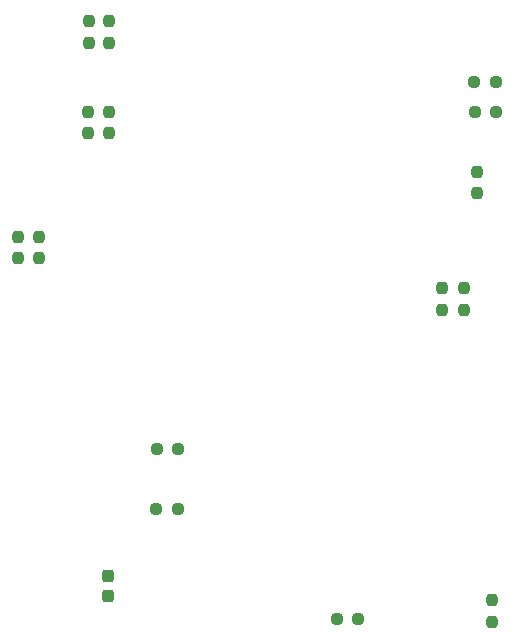
<source format=gbr>
%TF.GenerationSoftware,KiCad,Pcbnew,7.0.1*%
%TF.CreationDate,2023-04-12T13:42:12+09:00*%
%TF.ProjectId,KiCad,4b694361-642e-46b6-9963-61645f706362,rev?*%
%TF.SameCoordinates,PX7270e00PY8b3c880*%
%TF.FileFunction,Paste,Top*%
%TF.FilePolarity,Positive*%
%FSLAX46Y46*%
G04 Gerber Fmt 4.6, Leading zero omitted, Abs format (unit mm)*
G04 Created by KiCad (PCBNEW 7.0.1) date 2023-04-12 13:42:12*
%MOMM*%
%LPD*%
G01*
G04 APERTURE LIST*
G04 Aperture macros list*
%AMRoundRect*
0 Rectangle with rounded corners*
0 $1 Rounding radius*
0 $2 $3 $4 $5 $6 $7 $8 $9 X,Y pos of 4 corners*
0 Add a 4 corners polygon primitive as box body*
4,1,4,$2,$3,$4,$5,$6,$7,$8,$9,$2,$3,0*
0 Add four circle primitives for the rounded corners*
1,1,$1+$1,$2,$3*
1,1,$1+$1,$4,$5*
1,1,$1+$1,$6,$7*
1,1,$1+$1,$8,$9*
0 Add four rect primitives between the rounded corners*
20,1,$1+$1,$2,$3,$4,$5,0*
20,1,$1+$1,$4,$5,$6,$7,0*
20,1,$1+$1,$6,$7,$8,$9,0*
20,1,$1+$1,$8,$9,$2,$3,0*%
G04 Aperture macros list end*
%ADD10RoundRect,0.237500X0.237500X-0.300000X0.237500X0.300000X-0.237500X0.300000X-0.237500X-0.300000X0*%
%ADD11RoundRect,0.237500X-0.237500X0.250000X-0.237500X-0.250000X0.237500X-0.250000X0.237500X0.250000X0*%
%ADD12RoundRect,0.237500X0.250000X0.237500X-0.250000X0.237500X-0.250000X-0.237500X0.250000X-0.237500X0*%
%ADD13RoundRect,0.237500X0.237500X-0.250000X0.237500X0.250000X-0.237500X0.250000X-0.237500X-0.250000X0*%
%ADD14RoundRect,0.237500X-0.250000X-0.237500X0.250000X-0.237500X0.250000X0.237500X-0.250000X0.237500X0*%
G04 APERTURE END LIST*
D10*
%TO.C,C1*%
X9425000Y9025000D03*
X9425000Y7300000D03*
%TD*%
D11*
%TO.C,R15*%
X41900000Y6942500D03*
X41900000Y5117500D03*
%TD*%
%TO.C,R14*%
X40650000Y43225000D03*
X40650000Y41400000D03*
%TD*%
%TO.C,R13*%
X37725000Y33350000D03*
X37725000Y31525000D03*
%TD*%
%TO.C,R12*%
X39575000Y33350000D03*
X39575000Y31525000D03*
%TD*%
D12*
%TO.C,R11*%
X30600000Y5400000D03*
X28775000Y5400000D03*
%TD*%
D11*
%TO.C,R10*%
X7750000Y48300000D03*
X7750000Y46475000D03*
%TD*%
%TO.C,R9*%
X9485000Y48300000D03*
X9485000Y46475000D03*
%TD*%
%TO.C,R8*%
X7775000Y55975000D03*
X7775000Y54150000D03*
%TD*%
%TO.C,R7*%
X9525000Y55975000D03*
X9525000Y54150000D03*
%TD*%
D12*
%TO.C,R2*%
X40420000Y50850000D03*
X42245000Y50850000D03*
%TD*%
%TO.C,R1*%
X42285000Y48310000D03*
X40460000Y48310000D03*
%TD*%
D13*
%TO.C,R4*%
X3575000Y35900000D03*
X3575000Y37725000D03*
%TD*%
D14*
%TO.C,R6*%
X13510000Y14640000D03*
X15335000Y14640000D03*
%TD*%
D13*
%TO.C,R3*%
X1775000Y35900000D03*
X1775000Y37725000D03*
%TD*%
D14*
%TO.C,R5*%
X15375000Y19720000D03*
X13550000Y19720000D03*
%TD*%
M02*

</source>
